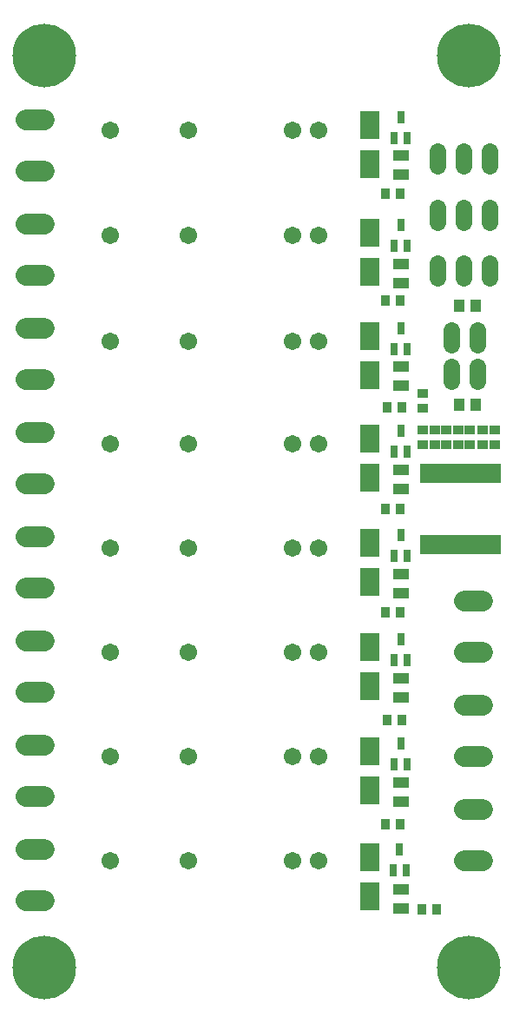
<source format=gbr>
G04 EAGLE Gerber RS-274X export*
G75*
%MOMM*%
%FSLAX34Y34*%
%LPD*%
%INSoldermask Top*%
%IPPOS*%
%AMOC8*
5,1,8,0,0,1.08239X$1,22.5*%
G01*
%ADD10R,1.903200X2.753200*%
%ADD11R,0.653200X1.878200*%
%ADD12C,1.711200*%
%ADD13R,0.703200X1.203200*%
%ADD14R,0.853200X1.103200*%
%ADD15R,1.103200X0.853200*%
%ADD16R,1.603200X1.103200*%
%ADD17C,2.003200*%
%ADD18C,1.625600*%
%ADD19R,1.103200X1.153200*%
%ADD20C,6.203200*%


D10*
X358140Y134670D03*
X358140Y172670D03*
X358140Y236270D03*
X358140Y274270D03*
X358140Y337870D03*
X358140Y375870D03*
X358140Y31800D03*
X358140Y69800D03*
X358140Y439470D03*
X358140Y477470D03*
X358140Y539800D03*
X358140Y577800D03*
X358140Y745540D03*
X358140Y783540D03*
X358140Y640130D03*
X358140Y678130D03*
D11*
X482790Y443820D03*
X476290Y443820D03*
X469790Y443820D03*
X463290Y443820D03*
X456790Y443820D03*
X450290Y443820D03*
X443790Y443820D03*
X437290Y443820D03*
X430790Y443820D03*
X424290Y443820D03*
X417790Y443820D03*
X411290Y443820D03*
X411290Y374060D03*
X417790Y374060D03*
X424290Y374060D03*
X430790Y374060D03*
X437290Y374060D03*
X443790Y374060D03*
X450290Y374060D03*
X456790Y374060D03*
X463290Y374060D03*
X469790Y374060D03*
X476290Y374060D03*
X482790Y374060D03*
D12*
X105410Y167640D03*
X181610Y167640D03*
X283210Y167640D03*
X308610Y167640D03*
X105410Y269240D03*
X181610Y269240D03*
X283210Y269240D03*
X308610Y269240D03*
X105410Y370840D03*
X181610Y370840D03*
X283210Y370840D03*
X308610Y370840D03*
X105410Y472440D03*
X181610Y472440D03*
X283210Y472440D03*
X308610Y472440D03*
X105410Y66040D03*
X181610Y66040D03*
X283210Y66040D03*
X308610Y66040D03*
X105410Y572770D03*
X181610Y572770D03*
X283210Y572770D03*
X308610Y572770D03*
X105410Y778510D03*
X181610Y778510D03*
X283210Y778510D03*
X308610Y778510D03*
X105410Y675640D03*
X181610Y675640D03*
X283210Y675640D03*
X308610Y675640D03*
D13*
X382120Y160180D03*
X395120Y160180D03*
X388620Y180180D03*
X382120Y261780D03*
X395120Y261780D03*
X388620Y281780D03*
X382120Y363380D03*
X395120Y363380D03*
X388620Y383380D03*
X380850Y57310D03*
X393850Y57310D03*
X387350Y77310D03*
X382120Y464980D03*
X395120Y464980D03*
X388620Y484980D03*
X382120Y565310D03*
X395120Y565310D03*
X388620Y585310D03*
X382120Y771050D03*
X395120Y771050D03*
X388620Y791050D03*
X382120Y665640D03*
X395120Y665640D03*
X388620Y685640D03*
D14*
X388250Y101600D03*
X373750Y101600D03*
D15*
X433070Y486040D03*
X433070Y471540D03*
D14*
X389520Y508000D03*
X375020Y508000D03*
D15*
X421640Y486040D03*
X421640Y471540D03*
D14*
X388250Y716280D03*
X373750Y716280D03*
D15*
X410210Y486040D03*
X410210Y471540D03*
D14*
X388250Y612140D03*
X373750Y612140D03*
D15*
X410210Y521600D03*
X410210Y507100D03*
X468630Y486040D03*
X468630Y471540D03*
D14*
X389520Y203200D03*
X375020Y203200D03*
D15*
X455930Y486040D03*
X455930Y471540D03*
D14*
X388250Y308610D03*
X373750Y308610D03*
D15*
X444500Y486040D03*
X444500Y471540D03*
D14*
X409310Y19050D03*
X423810Y19050D03*
D15*
X480060Y486040D03*
X480060Y471540D03*
D14*
X388250Y408940D03*
X373750Y408940D03*
D16*
X388620Y142850D03*
X388620Y123850D03*
X388620Y244450D03*
X388620Y225450D03*
X388620Y346050D03*
X388620Y327050D03*
X388620Y38710D03*
X388620Y19710D03*
X388620Y447650D03*
X388620Y428650D03*
X388620Y547980D03*
X388620Y528980D03*
X388620Y753720D03*
X388620Y734720D03*
X388620Y648310D03*
X388620Y629310D03*
D17*
X40750Y77070D02*
X22750Y77070D01*
X22750Y27070D02*
X40750Y27070D01*
X40750Y178670D02*
X22750Y178670D01*
X22750Y128670D02*
X40750Y128670D01*
X40750Y280270D02*
X22750Y280270D01*
X22750Y230270D02*
X40750Y230270D01*
X40750Y381870D02*
X22750Y381870D01*
X22750Y331870D02*
X40750Y331870D01*
X40750Y483470D02*
X22750Y483470D01*
X22750Y433470D02*
X40750Y433470D01*
X40750Y585070D02*
X22750Y585070D01*
X22750Y535070D02*
X40750Y535070D01*
X40750Y788270D02*
X22750Y788270D01*
X22750Y738270D02*
X40750Y738270D01*
X40750Y686670D02*
X22750Y686670D01*
X22750Y636670D02*
X40750Y636670D01*
X450740Y66440D02*
X468740Y66440D01*
X468740Y116440D02*
X450740Y116440D01*
X450740Y168040D02*
X468740Y168040D01*
X468740Y218040D02*
X450740Y218040D01*
X450740Y269640D02*
X468740Y269640D01*
X468740Y319640D02*
X450740Y319640D01*
D18*
X424180Y634238D02*
X424180Y648462D01*
X449580Y648462D02*
X449580Y634238D01*
X474980Y634238D02*
X474980Y648462D01*
X424180Y743458D02*
X424180Y757682D01*
X449580Y757682D02*
X449580Y743458D01*
X474980Y743458D02*
X474980Y757682D01*
X424180Y703072D02*
X424180Y688848D01*
X449580Y688848D02*
X449580Y703072D01*
X474980Y703072D02*
X474980Y688848D01*
X463550Y583692D02*
X463550Y569468D01*
X438150Y569468D02*
X438150Y583692D01*
X463550Y548132D02*
X463550Y533908D01*
X438150Y533908D02*
X438150Y548132D01*
D19*
X461390Y607060D03*
X445390Y607060D03*
X461390Y510540D03*
X445390Y510540D03*
D20*
X40640Y850900D03*
X40640Y-38100D03*
X454660Y850900D03*
X454660Y-38100D03*
M02*

</source>
